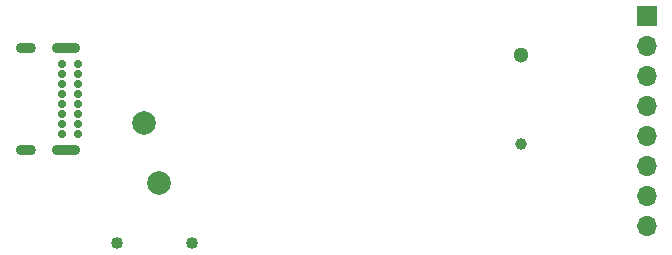
<source format=gbr>
%TF.GenerationSoftware,KiCad,Pcbnew,6.0.2+dfsg-1*%
%TF.CreationDate,2024-09-23T07:34:14+01:00*%
%TF.ProjectId,Circuit,43697263-7569-4742-9e6b-696361645f70,rev?*%
%TF.SameCoordinates,Original*%
%TF.FileFunction,Soldermask,Bot*%
%TF.FilePolarity,Negative*%
%FSLAX46Y46*%
G04 Gerber Fmt 4.6, Leading zero omitted, Abs format (unit mm)*
G04 Created by KiCad (PCBNEW 6.0.2+dfsg-1) date 2024-09-23 07:34:14*
%MOMM*%
%LPD*%
G01*
G04 APERTURE LIST*
%ADD10C,0.700000*%
%ADD11O,2.400000X0.900000*%
%ADD12O,1.700000X0.900000*%
%ADD13C,1.300000*%
%ADD14C,1.000000*%
%ADD15C,1.020000*%
%ADD16C,2.010000*%
%ADD17R,1.700000X1.700000*%
%ADD18O,1.700000X1.700000*%
G04 APERTURE END LIST*
D10*
%TO.C,P1*%
X76415000Y-68145000D03*
X76415000Y-68995000D03*
X76415000Y-69845000D03*
X76415000Y-70695000D03*
X76415000Y-71545000D03*
X76415000Y-72395000D03*
X76415000Y-73245000D03*
X76415000Y-74095000D03*
X75065000Y-74095000D03*
X75065000Y-73245000D03*
X75065000Y-72395000D03*
X75065000Y-71545000D03*
X75065000Y-70695000D03*
X75065000Y-69845000D03*
X75065000Y-68995000D03*
X75065000Y-68145000D03*
D11*
X75435000Y-66795000D03*
X75435000Y-75445000D03*
D12*
X72055000Y-75445000D03*
X72055000Y-66795000D03*
%TD*%
D13*
%TO.C,B1*%
X113919000Y-67420000D03*
D14*
X113919000Y-74920000D03*
%TD*%
D15*
%TO.C,J2*%
X86106000Y-83312000D03*
X79756000Y-83312000D03*
%TD*%
D16*
%TO.C,F1*%
X82077000Y-73142000D03*
X83277000Y-78242000D03*
%TD*%
D17*
%TO.C,J1*%
X124587000Y-64135000D03*
D18*
X124587000Y-66675000D03*
X124587000Y-69215000D03*
X124587000Y-71755000D03*
X124587000Y-74295000D03*
X124587000Y-76835000D03*
X124587000Y-79375000D03*
X124587000Y-81915000D03*
%TD*%
M02*

</source>
